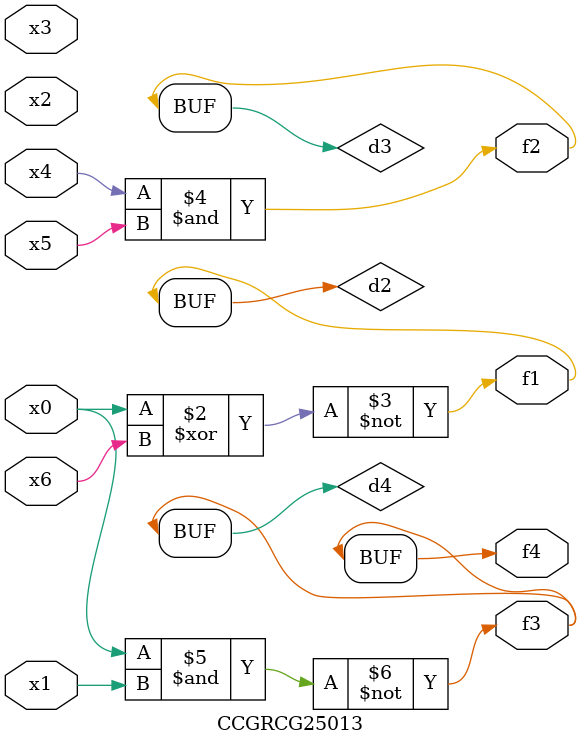
<source format=v>
module CCGRCG25013(
	input x0, x1, x2, x3, x4, x5, x6,
	output f1, f2, f3, f4
);

	wire d1, d2, d3, d4;

	nor (d1, x0);
	xnor (d2, x0, x6);
	and (d3, x4, x5);
	nand (d4, x0, x1);
	assign f1 = d2;
	assign f2 = d3;
	assign f3 = d4;
	assign f4 = d4;
endmodule

</source>
